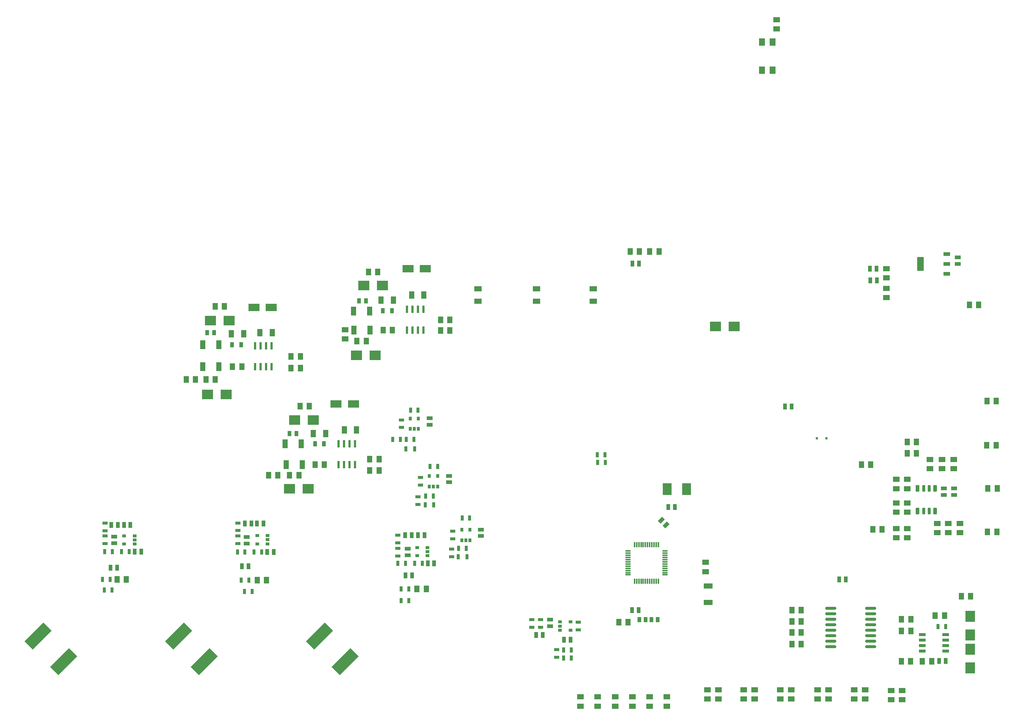
<source format=gbr>
%TF.GenerationSoftware,Altium Limited,Altium Designer,21.6.4 (81)*%
G04 Layer_Color=128*
%FSLAX43Y43*%
%MOMM*%
%TF.SameCoordinates,76D5CAF9-2094-4FD7-9A7B-915B2AFADFAF*%
%TF.FilePolarity,Positive*%
%TF.FileFunction,Paste,Bot*%
%TF.Part,Single*%
G01*
G75*
%TA.AperFunction,SMDPad,CuDef*%
%ADD22R,1.350X0.950*%
%ADD26R,1.300X1.800*%
%ADD75R,2.500X2.300*%
%ADD76R,2.500X1.700*%
%ADD77R,0.508X1.670*%
%ADD78R,1.157X1.508*%
G04:AMPARAMS|DCode=79|XSize=2.75mm|YSize=6.2mm|CornerRadius=0mm|HoleSize=0mm|Usage=FLASHONLY|Rotation=135.000|XOffset=0mm|YOffset=0mm|HoleType=Round|Shape=Rectangle|*
%AMROTATEDRECTD79*
4,1,4,3.164,1.220,-1.220,-3.164,-3.164,-1.220,1.220,3.164,3.164,1.220,0.0*
%
%ADD79ROTATEDRECTD79*%

%ADD80R,0.958X1.262*%
%ADD81R,0.950X1.350*%
%ADD82R,1.508X1.157*%
%ADD83O,2.600X0.700*%
%ADD84R,1.450X1.800*%
%ADD85R,0.650X0.900*%
%ADD86R,0.757X1.308*%
%ADD87R,1.308X0.757*%
%ADD88R,0.800X1.250*%
%ADD89R,0.900X0.650*%
%ADD90R,2.000X2.800*%
G04:AMPARAMS|DCode=91|XSize=0.95mm|YSize=1.35mm|CornerRadius=0mm|HoleSize=0mm|Usage=FLASHONLY|Rotation=135.000|XOffset=0mm|YOffset=0mm|HoleType=Round|Shape=Rectangle|*
%AMROTATEDRECTD91*
4,1,4,0.813,0.141,-0.141,-0.813,-0.813,-0.141,0.141,0.813,0.813,0.141,0.0*
%
%ADD91ROTATEDRECTD91*%

%ADD92R,0.305X1.194*%
%ADD93R,1.194X0.305*%
G04:AMPARAMS|DCode=95|XSize=0.9mm|YSize=1.45mm|CornerRadius=0.05mm|HoleSize=0mm|Usage=FLASHONLY|Rotation=90.000|XOffset=0mm|YOffset=0mm|HoleType=Round|Shape=RoundedRectangle|*
%AMROUNDEDRECTD95*
21,1,0.900,1.351,0,0,90.0*
21,1,0.801,1.450,0,0,90.0*
1,1,0.099,0.676,0.401*
1,1,0.099,0.676,-0.401*
1,1,0.099,-0.676,-0.401*
1,1,0.099,-0.676,0.401*
%
%ADD95ROUNDEDRECTD95*%
G04:AMPARAMS|DCode=96|XSize=3.15mm|YSize=1.45mm|CornerRadius=0.051mm|HoleSize=0mm|Usage=FLASHONLY|Rotation=90.000|XOffset=0mm|YOffset=0mm|HoleType=Round|Shape=RoundedRectangle|*
%AMROUNDEDRECTD96*
21,1,3.150,1.349,0,0,90.0*
21,1,3.049,1.450,0,0,90.0*
1,1,0.102,0.674,1.524*
1,1,0.102,0.674,-1.524*
1,1,0.102,-0.674,-1.524*
1,1,0.102,-0.674,1.524*
%
%ADD96ROUNDEDRECTD96*%
%ADD97R,2.000X1.250*%
%ADD98R,1.800X1.300*%
%ADD99R,1.250X2.000*%
%ADD100R,0.900X1.200*%
%ADD101R,0.808X1.262*%
G04:AMPARAMS|DCode=102|XSize=0.8mm|YSize=1.6mm|CornerRadius=0.2mm|HoleSize=0mm|Usage=FLASHONLY|Rotation=0.000|XOffset=0mm|YOffset=0mm|HoleType=Round|Shape=RoundedRectangle|*
%AMROUNDEDRECTD102*
21,1,0.800,1.200,0,0,0.0*
21,1,0.400,1.600,0,0,0.0*
1,1,0.400,0.200,-0.600*
1,1,0.400,-0.200,-0.600*
1,1,0.400,-0.200,0.600*
1,1,0.400,0.200,0.600*
%
%ADD102ROUNDEDRECTD102*%
G04:AMPARAMS|DCode=103|XSize=0.6mm|YSize=1.6mm|CornerRadius=0.15mm|HoleSize=0mm|Usage=FLASHONLY|Rotation=0.000|XOffset=0mm|YOffset=0mm|HoleType=Round|Shape=RoundedRectangle|*
%AMROUNDEDRECTD103*
21,1,0.600,1.300,0,0,0.0*
21,1,0.300,1.600,0,0,0.0*
1,1,0.300,0.150,-0.650*
1,1,0.300,-0.150,-0.650*
1,1,0.300,-0.150,0.650*
1,1,0.300,0.150,0.650*
%
%ADD103ROUNDEDRECTD103*%
%ADD104R,1.525X0.650*%
%ADD105R,2.300X2.500*%
%TA.AperFunction,NonConductor*%
%ADD109R,0.500X0.500*%
D22*
X134650Y59600D02*
D03*
Y61100D02*
D03*
X157950Y26313D02*
D03*
Y27813D02*
D03*
X252275Y111675D02*
D03*
Y110175D02*
D03*
X251420Y58176D02*
D03*
Y56676D02*
D03*
X249071Y58162D02*
D03*
Y56662D02*
D03*
X141975Y48650D02*
D03*
Y47150D02*
D03*
X130097Y74450D02*
D03*
Y72950D02*
D03*
X125022Y42695D02*
D03*
Y44195D02*
D03*
X87823Y45441D02*
D03*
Y46941D02*
D03*
X57107Y45525D02*
D03*
Y47025D02*
D03*
D26*
X90869Y94288D02*
D03*
X93719D02*
D03*
X113221Y71712D02*
D03*
X110371D02*
D03*
X128802Y102965D02*
D03*
X125952D02*
D03*
X118904Y101765D02*
D03*
X121754D02*
D03*
X106066Y70915D02*
D03*
X103216D02*
D03*
X87114Y93980D02*
D03*
X84264D02*
D03*
D75*
X78714Y79988D02*
D03*
X83014D02*
D03*
X79414Y97088D02*
D03*
X83714D02*
D03*
X196250Y95675D02*
D03*
X200550D02*
D03*
X114902Y105165D02*
D03*
X119202D02*
D03*
X113231Y88974D02*
D03*
X117531D02*
D03*
X98916Y74015D02*
D03*
X103216D02*
D03*
X97705Y58120D02*
D03*
X102005D02*
D03*
D76*
X89464Y100088D02*
D03*
X93464D02*
D03*
X129095Y109065D02*
D03*
X125095D02*
D03*
X108475Y77775D02*
D03*
X112475D02*
D03*
D77*
X112881Y63720D02*
D03*
X111611D02*
D03*
X109071D02*
D03*
X110341Y68548D02*
D03*
X111611D02*
D03*
X112881D02*
D03*
X110341Y63720D02*
D03*
X109071Y68548D02*
D03*
X126142Y94851D02*
D03*
X124872Y99679D02*
D03*
X128682D02*
D03*
X127412D02*
D03*
X126142D02*
D03*
X124872Y94851D02*
D03*
X127412D02*
D03*
X128682D02*
D03*
X93564Y91188D02*
D03*
X92294D02*
D03*
X91024D02*
D03*
X89754D02*
D03*
Y86360D02*
D03*
X91024D02*
D03*
X92294D02*
D03*
X93564D02*
D03*
D78*
X118128Y108331D02*
D03*
X115977D02*
D03*
X232176Y63700D02*
D03*
X230024D02*
D03*
X258996Y68194D02*
D03*
X261148D02*
D03*
X176051Y27169D02*
D03*
X173899D02*
D03*
X254974Y100722D02*
D03*
X257126D02*
D03*
X259030Y78399D02*
D03*
X261181D02*
D03*
X261401Y58184D02*
D03*
X259249D02*
D03*
X259171Y48084D02*
D03*
X261323D02*
D03*
X134773Y94757D02*
D03*
X132622D02*
D03*
X121507Y94851D02*
D03*
X119355D02*
D03*
X134773Y97222D02*
D03*
X132622D02*
D03*
X115456Y92274D02*
D03*
X113304D02*
D03*
X99857Y61220D02*
D03*
X97705D02*
D03*
X105757Y63720D02*
D03*
X103605D02*
D03*
X118411Y62363D02*
D03*
X116260D02*
D03*
X118411Y64963D02*
D03*
X116260D02*
D03*
X100139Y77215D02*
D03*
X102291D02*
D03*
X92870Y61220D02*
D03*
X95022D02*
D03*
X82640Y100388D02*
D03*
X80488D02*
D03*
X73788Y83388D02*
D03*
X75940D02*
D03*
X78388D02*
D03*
X80540D02*
D03*
X84511Y86388D02*
D03*
X86663D02*
D03*
X100207Y88719D02*
D03*
X98056D02*
D03*
X100207Y86049D02*
D03*
X98056D02*
D03*
X242732Y68984D02*
D03*
X240580D02*
D03*
X232647Y48730D02*
D03*
X234798D02*
D03*
X242733Y66334D02*
D03*
X240581D02*
D03*
X178653Y113066D02*
D03*
X176502D02*
D03*
X181027Y113066D02*
D03*
X183178D02*
D03*
X57798Y37150D02*
D03*
X59950D02*
D03*
X127199Y34925D02*
D03*
X129351D02*
D03*
X90224Y36950D02*
D03*
X92376D02*
D03*
X213924Y27375D02*
D03*
X216076Y30025D02*
D03*
X213924D02*
D03*
X216076Y27375D02*
D03*
X213924Y24800D02*
D03*
X216076D02*
D03*
Y22100D02*
D03*
X213924D02*
D03*
X255256Y33260D02*
D03*
X253104D02*
D03*
X244124Y18171D02*
D03*
X246276D02*
D03*
X241381D02*
D03*
X239229D02*
D03*
X241426Y27870D02*
D03*
X239274D02*
D03*
X241422Y25170D02*
D03*
X239270D02*
D03*
X249216Y28744D02*
D03*
X247064D02*
D03*
D79*
X39530Y23970D02*
D03*
X45470Y18030D02*
D03*
X72030Y23970D02*
D03*
X77970Y18030D02*
D03*
X104630Y23970D02*
D03*
X110570Y18030D02*
D03*
D80*
X178648Y27800D02*
D03*
X180102D02*
D03*
X182877D02*
D03*
X181422D02*
D03*
D81*
X176960Y30025D02*
D03*
X178460D02*
D03*
X186825Y53874D02*
D03*
X185325D02*
D03*
X213875Y77175D02*
D03*
X212375D02*
D03*
X156250Y24213D02*
D03*
X154750D02*
D03*
X161225Y23163D02*
D03*
X162725D02*
D03*
X224875Y37110D02*
D03*
X226375D02*
D03*
X231980Y109121D02*
D03*
X233480D02*
D03*
X233595Y106391D02*
D03*
X232095D02*
D03*
X178527Y110291D02*
D03*
X177027D02*
D03*
X88174Y40189D02*
D03*
X86674D02*
D03*
X129672Y40821D02*
D03*
X131172D02*
D03*
X124472Y47321D02*
D03*
X125972D02*
D03*
X127422D02*
D03*
X128922D02*
D03*
X87373Y50089D02*
D03*
X88873D02*
D03*
X92573Y43440D02*
D03*
X94073D02*
D03*
X90173Y50089D02*
D03*
X91673D02*
D03*
X61901Y43525D02*
D03*
X63401D02*
D03*
X56456Y49769D02*
D03*
X57956D02*
D03*
X59401D02*
D03*
X60901D02*
D03*
X126031Y38050D02*
D03*
X124531D02*
D03*
X56278Y39785D02*
D03*
X57778D02*
D03*
X249500Y18210D02*
D03*
X248000D02*
D03*
D82*
X194000Y41076D02*
D03*
Y38924D02*
D03*
X239405Y9224D02*
D03*
Y11376D02*
D03*
X236865Y9226D02*
D03*
Y11377D02*
D03*
X194402Y11576D02*
D03*
Y9424D02*
D03*
X196942Y11576D02*
D03*
Y9424D02*
D03*
X211253Y11555D02*
D03*
Y9403D02*
D03*
X213793Y11555D02*
D03*
Y9403D02*
D03*
X202745Y11545D02*
D03*
Y9394D02*
D03*
X205345Y11545D02*
D03*
Y9394D02*
D03*
X219835Y11576D02*
D03*
Y9424D02*
D03*
X222375Y11576D02*
D03*
Y9424D02*
D03*
X228310Y11576D02*
D03*
Y9424D02*
D03*
X230850Y11576D02*
D03*
Y9424D02*
D03*
X238084Y48899D02*
D03*
Y46748D02*
D03*
X238084Y52692D02*
D03*
Y54843D02*
D03*
X240642Y48898D02*
D03*
Y46747D02*
D03*
X247521Y50074D02*
D03*
Y47922D02*
D03*
X110581Y94943D02*
D03*
Y92791D02*
D03*
X240642Y58142D02*
D03*
Y60293D02*
D03*
X245887Y64917D02*
D03*
Y62766D02*
D03*
X250063Y47923D02*
D03*
Y50075D02*
D03*
X240642Y54843D02*
D03*
Y52692D02*
D03*
X252770Y47923D02*
D03*
Y50075D02*
D03*
X238071Y60293D02*
D03*
Y58142D02*
D03*
X251371Y64916D02*
D03*
Y62764D02*
D03*
X248646Y64916D02*
D03*
Y62764D02*
D03*
X235778Y106970D02*
D03*
Y109121D02*
D03*
X235795Y104546D02*
D03*
Y102395D02*
D03*
X210375Y166776D02*
D03*
Y164624D02*
D03*
X165021Y7745D02*
D03*
Y9897D02*
D03*
X173021Y7745D02*
D03*
Y9897D02*
D03*
X177021Y7745D02*
D03*
Y9897D02*
D03*
X181021Y7745D02*
D03*
Y9897D02*
D03*
X169021Y7745D02*
D03*
Y9897D02*
D03*
X185021D02*
D03*
Y7745D02*
D03*
D83*
X232185Y30385D02*
D03*
Y29115D02*
D03*
Y27845D02*
D03*
Y26575D02*
D03*
Y25305D02*
D03*
Y24035D02*
D03*
Y22765D02*
D03*
Y21495D02*
D03*
X222935Y29115D02*
D03*
Y27845D02*
D03*
Y26575D02*
D03*
Y25305D02*
D03*
Y24035D02*
D03*
Y21495D02*
D03*
Y22765D02*
D03*
Y30385D02*
D03*
D84*
X207021Y155025D02*
D03*
Y161575D02*
D03*
X209471Y155025D02*
D03*
Y161575D02*
D03*
D85*
X131000Y58650D02*
D03*
X131950Y61050D02*
D03*
X130050D02*
D03*
Y58650D02*
D03*
X131950D02*
D03*
X139450Y46200D02*
D03*
X137550D02*
D03*
Y48600D02*
D03*
X139450D02*
D03*
X138500Y46200D02*
D03*
X127522Y72000D02*
D03*
X125622D02*
D03*
Y74400D02*
D03*
X127522D02*
D03*
X126572Y72000D02*
D03*
D86*
X130950Y56450D02*
D03*
X129198D02*
D03*
X130199Y63300D02*
D03*
X131951D02*
D03*
X161152Y18893D02*
D03*
X162904D02*
D03*
X162904Y20770D02*
D03*
X161152D02*
D03*
X125274Y32243D02*
D03*
X123522D02*
D03*
X89025Y34325D02*
D03*
X87273D02*
D03*
X56601Y34675D02*
D03*
X54849D02*
D03*
X170672Y65975D02*
D03*
X168920D02*
D03*
X170779Y64175D02*
D03*
X169027D02*
D03*
X139376Y51325D02*
D03*
X137624D02*
D03*
X121574Y69575D02*
D03*
X123326D02*
D03*
X127448Y76325D02*
D03*
X125696D02*
D03*
X124746Y69575D02*
D03*
X126498D02*
D03*
X136847Y44325D02*
D03*
X138598D02*
D03*
X85647Y43440D02*
D03*
X87399D02*
D03*
X91239Y43440D02*
D03*
X89488D02*
D03*
X54931Y43525D02*
D03*
X56683D02*
D03*
X122767Y40821D02*
D03*
X124518D02*
D03*
X128399Y40821D02*
D03*
X126647D02*
D03*
X60626Y43525D02*
D03*
X58875D02*
D03*
X123524Y34925D02*
D03*
X125276D02*
D03*
X86549Y36950D02*
D03*
X88301D02*
D03*
X54430Y37150D02*
D03*
X56181D02*
D03*
X249516Y26210D02*
D03*
X247764D02*
D03*
D87*
X127456Y56254D02*
D03*
Y54502D02*
D03*
X128025Y58949D02*
D03*
Y60701D02*
D03*
X159525Y19094D02*
D03*
Y20846D02*
D03*
X153750Y27788D02*
D03*
Y26037D02*
D03*
X164500Y25442D02*
D03*
Y27193D02*
D03*
X155750Y26062D02*
D03*
Y27813D02*
D03*
X123597Y74051D02*
D03*
Y72299D02*
D03*
X135450Y48251D02*
D03*
Y46499D02*
D03*
X135207Y44154D02*
D03*
Y42402D02*
D03*
X85723Y50190D02*
D03*
Y48439D02*
D03*
X55006Y50145D02*
D03*
Y48393D02*
D03*
X122722Y44322D02*
D03*
Y42570D02*
D03*
Y47321D02*
D03*
Y45569D02*
D03*
X55007Y47151D02*
D03*
Y45399D02*
D03*
X85723Y47189D02*
D03*
Y45438D02*
D03*
D88*
X131075Y54425D02*
D03*
X129075D02*
D03*
X136723Y42380D02*
D03*
X138723D02*
D03*
X124622Y67351D02*
D03*
X126622D02*
D03*
D89*
X160300Y26313D02*
D03*
X162700Y25363D02*
D03*
Y27263D02*
D03*
X160300D02*
D03*
Y25363D02*
D03*
X129623Y44519D02*
D03*
Y42619D02*
D03*
X127223D02*
D03*
Y44519D02*
D03*
X129623Y43569D02*
D03*
X92623Y47264D02*
D03*
Y45364D02*
D03*
X90223D02*
D03*
Y47264D02*
D03*
X92623Y46314D02*
D03*
X61851Y47225D02*
D03*
Y45325D02*
D03*
X59451D02*
D03*
Y47225D02*
D03*
X61851Y46275D02*
D03*
D90*
X185075Y58000D02*
D03*
X189575D02*
D03*
D91*
X184798Y49731D02*
D03*
X183738Y50791D02*
D03*
D92*
X183025Y36675D02*
D03*
X182525D02*
D03*
X182025D02*
D03*
X181525D02*
D03*
X181025D02*
D03*
X180525D02*
D03*
X180025D02*
D03*
X179525D02*
D03*
X179025D02*
D03*
X178525D02*
D03*
X178025D02*
D03*
X177525D02*
D03*
Y45175D02*
D03*
X178025D02*
D03*
X178525D02*
D03*
X179025D02*
D03*
X179525D02*
D03*
X180025D02*
D03*
X180525D02*
D03*
X181025D02*
D03*
X181525D02*
D03*
X182025D02*
D03*
X182525D02*
D03*
X183025D02*
D03*
D93*
X176025Y38175D02*
D03*
Y38675D02*
D03*
Y39175D02*
D03*
Y39675D02*
D03*
Y40175D02*
D03*
Y40675D02*
D03*
Y41175D02*
D03*
Y41675D02*
D03*
Y42175D02*
D03*
Y42675D02*
D03*
Y43175D02*
D03*
Y43675D02*
D03*
X184525D02*
D03*
Y43175D02*
D03*
Y42675D02*
D03*
Y42175D02*
D03*
Y41675D02*
D03*
Y41175D02*
D03*
Y40675D02*
D03*
Y40175D02*
D03*
Y39675D02*
D03*
Y39175D02*
D03*
Y38675D02*
D03*
Y38175D02*
D03*
D95*
X249800Y112500D02*
D03*
Y107900D02*
D03*
Y110200D02*
D03*
D96*
X243650D02*
D03*
D97*
X194556Y35547D02*
D03*
Y31797D02*
D03*
D98*
X167950Y104425D02*
D03*
Y101575D02*
D03*
X154850D02*
D03*
Y104425D02*
D03*
X141275D02*
D03*
Y101575D02*
D03*
D99*
X96906Y63720D02*
D03*
X100656D02*
D03*
X112557Y94867D02*
D03*
X116307D02*
D03*
X112502Y99259D02*
D03*
X116252D02*
D03*
X96641Y68515D02*
D03*
X100391D02*
D03*
X81339Y91437D02*
D03*
X77589D02*
D03*
X81339Y86388D02*
D03*
X77589D02*
D03*
D100*
X119279Y99360D02*
D03*
X121379D02*
D03*
X103591Y68515D02*
D03*
X105691D02*
D03*
X86514Y91437D02*
D03*
X84414D02*
D03*
D101*
X113775Y101665D02*
D03*
X115379D02*
D03*
X97714Y70915D02*
D03*
X99318D02*
D03*
X80266Y94237D02*
D03*
X78662D02*
D03*
D102*
X247046Y52968D02*
D03*
Y58168D02*
D03*
X242996D02*
D03*
Y52968D02*
D03*
D103*
X245656D02*
D03*
X244386D02*
D03*
X245656Y58168D02*
D03*
X244386D02*
D03*
D104*
X249512Y20515D02*
D03*
Y21785D02*
D03*
Y23055D02*
D03*
Y24325D02*
D03*
X244088D02*
D03*
Y23055D02*
D03*
Y21785D02*
D03*
Y20515D02*
D03*
D105*
X255150Y20950D02*
D03*
Y16650D02*
D03*
X255180Y24275D02*
D03*
Y28575D02*
D03*
D109*
X221900Y69775D02*
D03*
X219700D02*
D03*
%TF.MD5,ce0ffed6c8564ad0eed9d4b2f5ed363b*%
M02*

</source>
